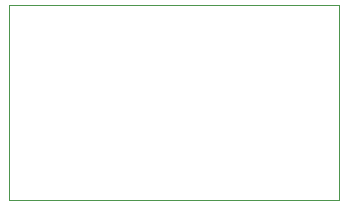
<source format=gbr>
G04 (created by PCBNEW (2013-07-07 BZR 4022)-stable) date 05/01/2015 10:26:05*
%MOIN*%
G04 Gerber Fmt 3.4, Leading zero omitted, Abs format*
%FSLAX34Y34*%
G01*
G70*
G90*
G04 APERTURE LIST*
%ADD10C,0.00590551*%
%ADD11C,0.00393701*%
G04 APERTURE END LIST*
G54D10*
G54D11*
X85000Y-61750D02*
X85000Y-62000D01*
X96000Y-62000D02*
X85000Y-62000D01*
X96000Y-61750D02*
X96000Y-62000D01*
X96000Y-61750D02*
X96000Y-55500D01*
X85000Y-61750D02*
X85000Y-55500D01*
X85000Y-55500D02*
X96000Y-55500D01*
X85000Y-62000D02*
X96000Y-62000D01*
M02*

</source>
